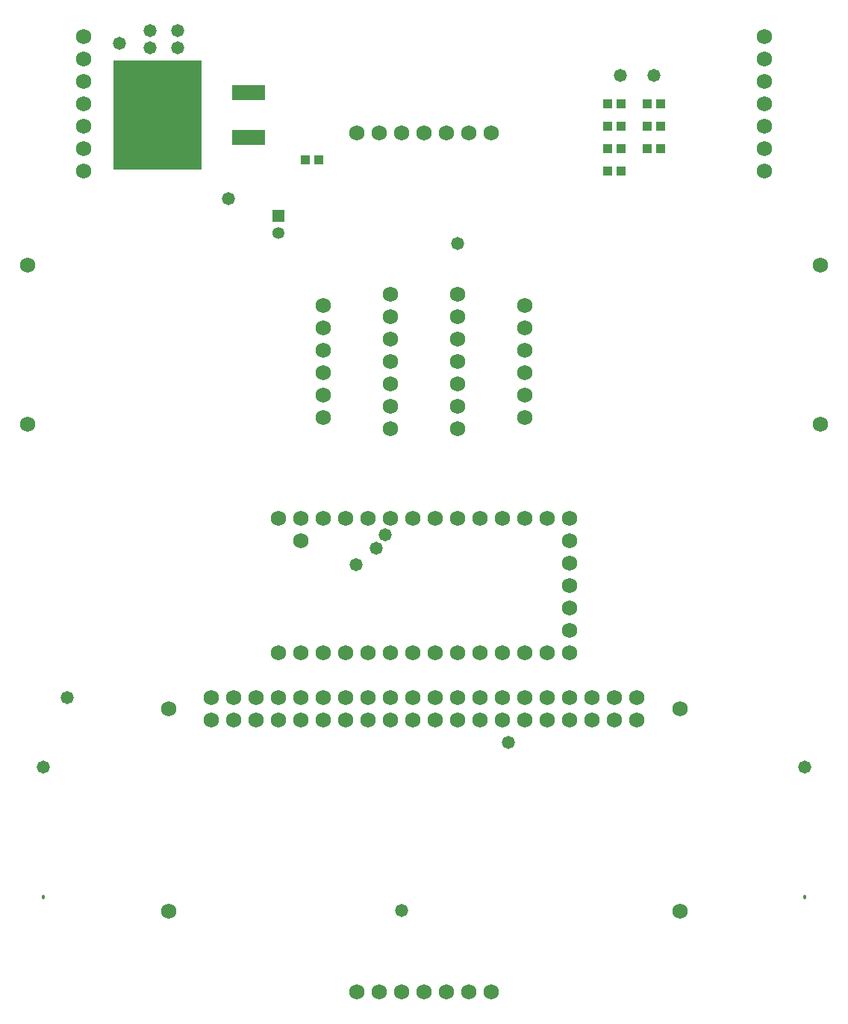
<source format=gbr>
G04*
G04 #@! TF.GenerationSoftware,Altium Limited,Altium Designer,23.2.1 (34)*
G04*
G04 Layer_Color=8388736*
%FSLAX25Y25*%
%MOIN*%
G70*
G04*
G04 #@! TF.SameCoordinates,44C20E60-2C31-4A65-8039-A08327F752B7*
G04*
G04*
G04 #@! TF.FilePolarity,Negative*
G04*
G01*
G75*
%ADD18R,0.39186X0.48831*%
%ADD19R,0.14580X0.07099*%
%ADD20R,0.04304X0.04461*%
%ADD21C,0.06800*%
%ADD22C,0.05328*%
%ADD23R,0.05328X0.05328*%
%ADD24C,0.05800*%
%ADD25C,0.01800*%
D18*
X-119020Y439921D02*
D03*
D19*
X-78567Y449921D02*
D03*
Y429921D02*
D03*
D20*
X81969Y415000D02*
D03*
X88032D02*
D03*
X-53031Y420000D02*
D03*
X-46968D02*
D03*
X105532Y425000D02*
D03*
X99469D02*
D03*
X105532Y445000D02*
D03*
X99469D02*
D03*
X81969Y425000D02*
D03*
X88032D02*
D03*
X81969Y445000D02*
D03*
X88032D02*
D03*
X99469Y435000D02*
D03*
X105532D02*
D03*
X81969D02*
D03*
X88032D02*
D03*
D21*
X-152001Y415000D02*
D03*
Y425000D02*
D03*
Y435000D02*
D03*
Y445000D02*
D03*
Y455000D02*
D03*
Y465000D02*
D03*
Y475000D02*
D03*
X65000Y250000D02*
D03*
Y240000D02*
D03*
Y230000D02*
D03*
Y220000D02*
D03*
Y210000D02*
D03*
X-55000Y260000D02*
D03*
X-65000D02*
D03*
X-35000D02*
D03*
X-45000D02*
D03*
X-15000D02*
D03*
X-25000D02*
D03*
X5000D02*
D03*
X-5000D02*
D03*
X25000D02*
D03*
X15000D02*
D03*
X45000D02*
D03*
X35000D02*
D03*
X65000D02*
D03*
X55000D02*
D03*
X-55000Y200000D02*
D03*
X-65000D02*
D03*
X-35000D02*
D03*
X-45000D02*
D03*
X-15000D02*
D03*
X-25000D02*
D03*
X5000D02*
D03*
X-5000D02*
D03*
X25000D02*
D03*
X15000D02*
D03*
X45000D02*
D03*
X35000D02*
D03*
X65000D02*
D03*
X55000D02*
D03*
X-55000Y250000D02*
D03*
X-114193Y174980D02*
D03*
X114154D02*
D03*
X-114193Y84429D02*
D03*
X-95000Y180000D02*
D03*
Y170000D02*
D03*
X-85000Y180000D02*
D03*
Y170000D02*
D03*
X-75000Y180000D02*
D03*
Y170000D02*
D03*
X-65000Y180000D02*
D03*
Y170000D02*
D03*
X-55000Y180000D02*
D03*
Y170000D02*
D03*
X-45000Y180000D02*
D03*
Y170000D02*
D03*
X-35000Y180000D02*
D03*
Y170000D02*
D03*
X-25000Y180000D02*
D03*
Y170000D02*
D03*
X-15000Y180000D02*
D03*
Y170000D02*
D03*
X-5000Y180000D02*
D03*
Y170000D02*
D03*
X5000Y180000D02*
D03*
Y170000D02*
D03*
X15000Y180000D02*
D03*
Y170000D02*
D03*
X25000Y180000D02*
D03*
Y170000D02*
D03*
X35000Y180000D02*
D03*
Y170000D02*
D03*
X45000Y180000D02*
D03*
Y170000D02*
D03*
X55000Y180000D02*
D03*
Y170000D02*
D03*
X65000Y180000D02*
D03*
Y170000D02*
D03*
X75000Y180000D02*
D03*
Y170000D02*
D03*
X85000Y180000D02*
D03*
Y170000D02*
D03*
X95000Y180000D02*
D03*
Y170000D02*
D03*
X114154Y84429D02*
D03*
X-177000Y373000D02*
D03*
Y302000D02*
D03*
X-15000Y360000D02*
D03*
X15000D02*
D03*
X-15000Y350000D02*
D03*
X15000D02*
D03*
X-15000Y340000D02*
D03*
X15000D02*
D03*
X-15000Y330000D02*
D03*
X15000D02*
D03*
X-15000Y320000D02*
D03*
X15000D02*
D03*
X-15000Y310000D02*
D03*
X15000D02*
D03*
X-15000Y300000D02*
D03*
X15000D02*
D03*
X-45000Y325000D02*
D03*
Y315000D02*
D03*
Y305000D02*
D03*
Y345000D02*
D03*
Y335000D02*
D03*
Y355000D02*
D03*
X177000Y302000D02*
D03*
Y373000D02*
D03*
X30000Y48500D02*
D03*
X20000D02*
D03*
X10000D02*
D03*
X0D02*
D03*
X-10000D02*
D03*
X-20000D02*
D03*
X-30000D02*
D03*
Y432000D02*
D03*
X-20000D02*
D03*
X-10000D02*
D03*
X0D02*
D03*
X10000D02*
D03*
X20000D02*
D03*
X30000D02*
D03*
X152000Y475000D02*
D03*
Y465000D02*
D03*
Y455000D02*
D03*
Y445000D02*
D03*
Y435000D02*
D03*
Y425000D02*
D03*
Y415000D02*
D03*
X45000Y335000D02*
D03*
Y345000D02*
D03*
Y355000D02*
D03*
Y315000D02*
D03*
Y325000D02*
D03*
Y305000D02*
D03*
D22*
X-65000Y387098D02*
D03*
D23*
Y395000D02*
D03*
D24*
X170000Y149000D02*
D03*
X-170000D02*
D03*
X37500Y160000D02*
D03*
X-17500Y252500D02*
D03*
X-110000Y477500D02*
D03*
Y470000D02*
D03*
X-122500D02*
D03*
Y477500D02*
D03*
X-10000Y85000D02*
D03*
X-87500Y402500D02*
D03*
X15000Y382500D02*
D03*
X102500Y457500D02*
D03*
X87500D02*
D03*
X-136000Y472000D02*
D03*
X-21500Y246700D02*
D03*
X-30500Y239200D02*
D03*
X-159300Y179900D02*
D03*
D25*
X170000Y91000D02*
D03*
X-170000D02*
D03*
M02*

</source>
